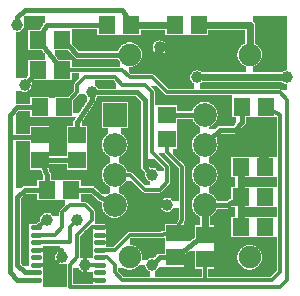
<source format=gbl>
G04 MADE WITH FRITZING*
G04 WWW.FRITZING.ORG*
G04 DOUBLE SIDED*
G04 HOLES PLATED*
G04 CONTOUR ON CENTER OF CONTOUR VECTOR*
%ASAXBY*%
%FSLAX23Y23*%
%MOIN*%
%OFA0B0*%
%SFA1.0B1.0*%
%ADD10C,0.075000*%
%ADD11C,0.039370*%
%ADD12C,0.079370*%
%ADD13R,0.055118X0.059055*%
%ADD14R,0.059055X0.055118*%
%ADD15R,0.079370X0.079370*%
%ADD16C,0.016000*%
%ADD17C,0.012000*%
%ADD18C,0.024000*%
%LNCOPPER0*%
G90*
G70*
G54D10*
X884Y878D03*
X842Y533D03*
X819Y815D03*
X419Y815D03*
G54D11*
X519Y840D03*
X544Y315D03*
X194Y140D03*
X269Y115D03*
X69Y715D03*
G54D10*
X819Y140D03*
X419Y140D03*
G54D12*
X369Y615D03*
X669Y615D03*
X369Y515D03*
X669Y515D03*
X369Y415D03*
X669Y415D03*
X369Y315D03*
X669Y315D03*
G54D11*
X494Y115D03*
X244Y265D03*
X144Y265D03*
X44Y915D03*
X294Y690D03*
X494Y415D03*
X644Y740D03*
X944Y740D03*
G54D13*
X869Y240D03*
X789Y240D03*
X869Y440D03*
X789Y440D03*
G54D14*
X244Y465D03*
X244Y546D03*
G54D13*
X119Y640D03*
X200Y640D03*
X144Y365D03*
X225Y365D03*
X114Y865D03*
X194Y865D03*
X194Y765D03*
X114Y765D03*
X569Y915D03*
X650Y915D03*
G54D14*
X544Y615D03*
X544Y534D03*
X119Y465D03*
X119Y546D03*
G54D13*
X344Y915D03*
X425Y915D03*
X869Y340D03*
X789Y340D03*
G54D14*
X569Y140D03*
X569Y221D03*
G54D13*
X794Y640D03*
X875Y640D03*
G54D14*
X669Y215D03*
X669Y134D03*
G54D15*
X369Y615D03*
G54D16*
X330Y240D02*
X308Y240D01*
D02*
X330Y215D02*
X308Y215D01*
D02*
X330Y190D02*
X308Y190D01*
D02*
X330Y165D02*
X308Y165D01*
D02*
X330Y140D02*
X308Y140D01*
D02*
X330Y115D02*
X308Y115D01*
D02*
X330Y90D02*
X308Y90D01*
D02*
X330Y65D02*
X308Y65D01*
D02*
X118Y64D02*
X96Y64D01*
D02*
X118Y89D02*
X96Y89D01*
D02*
X118Y114D02*
X96Y114D01*
D02*
X118Y139D02*
X96Y139D01*
D02*
X118Y164D02*
X96Y164D01*
D02*
X118Y189D02*
X96Y189D01*
D02*
X118Y214D02*
X96Y214D01*
D02*
X118Y239D02*
X96Y239D01*
D02*
X94Y540D02*
X95Y540D01*
D02*
X19Y540D02*
X94Y540D01*
D02*
X294Y665D02*
X244Y590D01*
D02*
X244Y590D02*
X244Y568D01*
D02*
X294Y676D02*
X294Y665D01*
D02*
X144Y415D02*
X144Y389D01*
D02*
X130Y443D02*
X144Y415D01*
G54D17*
D02*
X169Y115D02*
X121Y114D01*
D02*
X185Y130D02*
X169Y115D01*
D02*
X194Y165D02*
X121Y164D01*
D02*
X194Y153D02*
X194Y165D01*
G54D16*
D02*
X93Y741D02*
X78Y725D01*
G54D17*
D02*
X244Y140D02*
X219Y115D01*
D02*
X219Y115D02*
X219Y40D01*
D02*
X244Y190D02*
X244Y140D01*
D02*
X220Y189D02*
X220Y240D01*
D02*
X219Y40D02*
X919Y40D01*
D02*
X220Y240D02*
X235Y255D01*
D02*
X121Y189D02*
X220Y189D01*
D02*
X944Y65D02*
X944Y665D01*
D02*
X219Y765D02*
X216Y765D01*
D02*
X494Y740D02*
X419Y740D01*
D02*
X544Y690D02*
X494Y740D01*
D02*
X919Y690D02*
X544Y690D01*
D02*
X394Y765D02*
X219Y765D01*
D02*
X419Y740D02*
X394Y765D01*
D02*
X944Y665D02*
X919Y690D01*
D02*
X195Y240D02*
X195Y290D01*
D02*
X294Y265D02*
X244Y215D01*
D02*
X294Y290D02*
X294Y265D01*
D02*
X244Y215D02*
X244Y190D01*
D02*
X270Y314D02*
X294Y290D01*
D02*
X170Y215D02*
X195Y240D01*
D02*
X144Y215D02*
X170Y215D01*
D02*
X220Y314D02*
X270Y314D01*
D02*
X195Y290D02*
X220Y314D01*
D02*
X121Y214D02*
X144Y215D01*
G54D16*
D02*
X144Y915D02*
X322Y915D01*
D02*
X128Y889D02*
X144Y915D01*
D02*
X44Y940D02*
X44Y928D01*
D02*
X69Y965D02*
X44Y940D01*
D02*
X395Y965D02*
X69Y965D01*
D02*
X411Y939D02*
X395Y965D01*
G54D18*
D02*
X820Y915D02*
X820Y843D01*
G54D16*
D02*
X396Y815D02*
X244Y815D01*
D02*
X347Y326D02*
X320Y340D01*
G54D17*
D02*
X369Y115D02*
X369Y90D01*
D02*
X333Y140D02*
X344Y140D01*
D02*
X897Y627D02*
X919Y615D01*
G54D18*
D02*
X789Y264D02*
X789Y316D01*
D02*
X789Y364D02*
X789Y416D01*
G54D16*
D02*
X744Y315D02*
X695Y315D01*
D02*
X767Y327D02*
X744Y315D01*
D02*
X44Y65D02*
X94Y64D01*
D02*
X19Y165D02*
X19Y90D01*
D02*
X19Y440D02*
X19Y165D01*
D02*
X44Y115D02*
X69Y89D01*
D02*
X44Y340D02*
X44Y115D01*
D02*
X69Y365D02*
X44Y340D01*
D02*
X122Y365D02*
X69Y365D01*
G54D17*
D02*
X670Y65D02*
X670Y112D01*
D02*
X895Y65D02*
X670Y65D01*
D02*
X919Y90D02*
X895Y65D01*
D02*
X919Y615D02*
X919Y90D01*
G54D16*
D02*
X69Y89D02*
X94Y89D01*
G54D18*
D02*
X670Y240D02*
X670Y284D01*
D02*
X670Y237D02*
X670Y240D01*
G54D16*
D02*
X645Y197D02*
X593Y158D01*
G54D17*
D02*
X344Y140D02*
X369Y115D01*
D02*
X395Y65D02*
X670Y65D01*
D02*
X419Y215D02*
X519Y215D01*
D02*
X519Y215D02*
X545Y218D01*
D02*
X370Y165D02*
X419Y215D01*
D02*
X344Y165D02*
X370Y165D01*
D02*
X333Y165D02*
X344Y165D01*
G54D16*
D02*
X545Y140D02*
X519Y140D01*
D02*
X519Y140D02*
X504Y124D01*
D02*
X769Y565D02*
X794Y590D01*
D02*
X719Y565D02*
X769Y565D01*
D02*
X687Y533D02*
X719Y565D01*
D02*
X794Y590D02*
X794Y616D01*
G54D17*
D02*
X594Y265D02*
X594Y440D01*
D02*
X582Y243D02*
X594Y265D01*
D02*
X594Y440D02*
X544Y489D01*
D02*
X544Y489D02*
X544Y512D01*
D02*
X469Y715D02*
X394Y715D01*
D02*
X219Y665D02*
X219Y664D01*
D02*
X244Y690D02*
X219Y665D01*
D02*
X244Y715D02*
X244Y690D01*
D02*
X269Y740D02*
X244Y715D01*
D02*
X369Y740D02*
X269Y740D01*
D02*
X494Y490D02*
X494Y690D01*
D02*
X394Y715D02*
X369Y740D01*
D02*
X494Y690D02*
X469Y715D01*
D02*
X544Y440D02*
X494Y490D01*
D02*
X544Y390D02*
X544Y440D01*
D02*
X469Y365D02*
X520Y365D01*
D02*
X395Y415D02*
X419Y415D01*
D02*
X419Y415D02*
X469Y365D01*
G54D18*
D02*
X547Y915D02*
X447Y915D01*
G54D16*
D02*
X133Y841D02*
X175Y789D01*
D02*
X19Y440D02*
X19Y540D01*
D02*
X44Y640D02*
X97Y640D01*
D02*
X20Y615D02*
X44Y640D01*
D02*
X19Y540D02*
X20Y615D01*
G54D17*
D02*
X111Y241D02*
X133Y257D01*
G54D18*
D02*
X672Y915D02*
X820Y915D01*
G54D16*
D02*
X143Y465D02*
X220Y465D01*
D02*
X644Y615D02*
X568Y615D01*
D02*
X294Y365D02*
X269Y365D01*
D02*
X269Y365D02*
X247Y365D01*
D02*
X320Y340D02*
X294Y365D01*
D02*
X244Y815D02*
X216Y843D01*
D02*
X444Y690D02*
X469Y665D01*
D02*
X469Y665D02*
X469Y440D01*
D02*
X469Y440D02*
X485Y424D01*
D02*
X308Y690D02*
X444Y690D01*
G54D17*
D02*
X369Y90D02*
X395Y65D01*
D02*
X520Y365D02*
X544Y390D01*
D02*
X919Y40D02*
X944Y65D01*
G54D16*
D02*
X19Y90D02*
X44Y65D01*
G54D18*
D02*
X663Y740D02*
X925Y740D01*
G54D17*
D02*
X283Y115D02*
X306Y115D01*
D02*
X270Y90D02*
X269Y101D01*
D02*
X295Y65D02*
X270Y90D01*
D02*
X306Y65D02*
X295Y65D01*
D02*
X295Y240D02*
X270Y215D01*
D02*
X270Y215D02*
X269Y128D01*
D02*
X306Y240D02*
X295Y240D01*
G36*
X66Y944D02*
X66Y920D01*
X68Y920D01*
X68Y908D01*
X66Y908D01*
X66Y904D01*
X64Y904D01*
X64Y902D01*
X62Y902D01*
X62Y898D01*
X60Y898D01*
X60Y896D01*
X56Y896D01*
X56Y894D01*
X54Y894D01*
X54Y892D01*
X46Y892D01*
X46Y890D01*
X40Y890D01*
X40Y736D01*
X64Y736D01*
X64Y738D01*
X76Y738D01*
X76Y742D01*
X78Y742D01*
X78Y744D01*
X80Y744D01*
X80Y746D01*
X82Y746D01*
X82Y798D01*
X136Y798D01*
X136Y820D01*
X134Y820D01*
X134Y822D01*
X132Y822D01*
X132Y824D01*
X130Y824D01*
X130Y826D01*
X128Y826D01*
X128Y828D01*
X126Y828D01*
X126Y832D01*
X82Y832D01*
X82Y898D01*
X120Y898D01*
X120Y900D01*
X122Y900D01*
X122Y902D01*
X124Y902D01*
X124Y906D01*
X126Y906D01*
X126Y910D01*
X128Y910D01*
X128Y912D01*
X130Y912D01*
X130Y916D01*
X132Y916D01*
X132Y920D01*
X134Y920D01*
X134Y922D01*
X136Y922D01*
X136Y924D01*
X138Y924D01*
X138Y944D01*
X66Y944D01*
G37*
D02*
G36*
X832Y944D02*
X832Y924D01*
X834Y924D01*
X834Y920D01*
X836Y920D01*
X836Y852D01*
X838Y852D01*
X838Y850D01*
X840Y850D01*
X840Y848D01*
X844Y848D01*
X844Y846D01*
X846Y846D01*
X846Y844D01*
X848Y844D01*
X848Y842D01*
X850Y842D01*
X850Y840D01*
X852Y840D01*
X852Y838D01*
X854Y838D01*
X854Y834D01*
X856Y834D01*
X856Y830D01*
X858Y830D01*
X858Y826D01*
X860Y826D01*
X860Y804D01*
X858Y804D01*
X858Y798D01*
X856Y798D01*
X856Y796D01*
X854Y796D01*
X854Y792D01*
X852Y792D01*
X852Y790D01*
X850Y790D01*
X850Y788D01*
X848Y788D01*
X848Y786D01*
X846Y786D01*
X846Y784D01*
X844Y784D01*
X844Y782D01*
X842Y782D01*
X842Y780D01*
X838Y780D01*
X838Y778D01*
X836Y778D01*
X836Y776D01*
X830Y776D01*
X830Y756D01*
X930Y756D01*
X930Y758D01*
X932Y758D01*
X932Y760D01*
X936Y760D01*
X936Y762D01*
X942Y762D01*
X942Y764D01*
X944Y764D01*
X944Y944D01*
X832Y944D01*
G37*
D02*
G36*
X226Y902D02*
X226Y882D01*
X312Y882D01*
X312Y902D01*
X226Y902D01*
G37*
D02*
G36*
X456Y898D02*
X456Y882D01*
X538Y882D01*
X538Y898D01*
X456Y898D01*
G37*
D02*
G36*
X682Y898D02*
X682Y882D01*
X804Y882D01*
X804Y898D01*
X682Y898D01*
G37*
D02*
G36*
X226Y882D02*
X226Y880D01*
X804Y880D01*
X804Y882D01*
X226Y882D01*
G37*
D02*
G36*
X226Y882D02*
X226Y880D01*
X804Y880D01*
X804Y882D01*
X226Y882D01*
G37*
D02*
G36*
X226Y882D02*
X226Y880D01*
X804Y880D01*
X804Y882D01*
X226Y882D01*
G37*
D02*
G36*
X226Y880D02*
X226Y864D01*
X522Y864D01*
X522Y862D01*
X528Y862D01*
X528Y860D01*
X532Y860D01*
X532Y858D01*
X534Y858D01*
X534Y856D01*
X536Y856D01*
X536Y854D01*
X538Y854D01*
X538Y852D01*
X540Y852D01*
X540Y848D01*
X542Y848D01*
X542Y840D01*
X544Y840D01*
X544Y838D01*
X542Y838D01*
X542Y830D01*
X540Y830D01*
X540Y828D01*
X538Y828D01*
X538Y824D01*
X536Y824D01*
X536Y822D01*
X532Y822D01*
X532Y820D01*
X530Y820D01*
X530Y818D01*
X526Y818D01*
X526Y816D01*
X778Y816D01*
X778Y822D01*
X780Y822D01*
X780Y828D01*
X782Y828D01*
X782Y832D01*
X784Y832D01*
X784Y836D01*
X786Y836D01*
X786Y838D01*
X788Y838D01*
X788Y842D01*
X790Y842D01*
X790Y844D01*
X792Y844D01*
X792Y846D01*
X796Y846D01*
X796Y848D01*
X798Y848D01*
X798Y850D01*
X802Y850D01*
X802Y852D01*
X804Y852D01*
X804Y880D01*
X226Y880D01*
G37*
D02*
G36*
X226Y864D02*
X226Y856D01*
X428Y856D01*
X428Y854D01*
X434Y854D01*
X434Y852D01*
X438Y852D01*
X438Y850D01*
X440Y850D01*
X440Y848D01*
X444Y848D01*
X444Y846D01*
X446Y846D01*
X446Y844D01*
X448Y844D01*
X448Y842D01*
X450Y842D01*
X450Y840D01*
X452Y840D01*
X452Y838D01*
X454Y838D01*
X454Y834D01*
X456Y834D01*
X456Y830D01*
X458Y830D01*
X458Y826D01*
X460Y826D01*
X460Y816D01*
X514Y816D01*
X514Y818D01*
X508Y818D01*
X508Y820D01*
X506Y820D01*
X506Y822D01*
X504Y822D01*
X504Y824D01*
X502Y824D01*
X502Y826D01*
X500Y826D01*
X500Y828D01*
X498Y828D01*
X498Y834D01*
X496Y834D01*
X496Y846D01*
X498Y846D01*
X498Y850D01*
X500Y850D01*
X500Y854D01*
X502Y854D01*
X502Y856D01*
X504Y856D01*
X504Y858D01*
X508Y858D01*
X508Y860D01*
X510Y860D01*
X510Y862D01*
X518Y862D01*
X518Y864D01*
X226Y864D01*
G37*
D02*
G36*
X226Y856D02*
X226Y850D01*
X228Y850D01*
X228Y848D01*
X230Y848D01*
X230Y846D01*
X232Y846D01*
X232Y844D01*
X234Y844D01*
X234Y842D01*
X236Y842D01*
X236Y840D01*
X238Y840D01*
X238Y838D01*
X240Y838D01*
X240Y836D01*
X242Y836D01*
X242Y834D01*
X244Y834D01*
X244Y832D01*
X246Y832D01*
X246Y830D01*
X248Y830D01*
X248Y828D01*
X250Y828D01*
X250Y826D01*
X380Y826D01*
X380Y828D01*
X382Y828D01*
X382Y832D01*
X384Y832D01*
X384Y836D01*
X386Y836D01*
X386Y838D01*
X388Y838D01*
X388Y842D01*
X390Y842D01*
X390Y844D01*
X392Y844D01*
X392Y846D01*
X396Y846D01*
X396Y848D01*
X398Y848D01*
X398Y850D01*
X402Y850D01*
X402Y852D01*
X406Y852D01*
X406Y854D01*
X412Y854D01*
X412Y856D01*
X226Y856D01*
G37*
D02*
G36*
X460Y816D02*
X460Y814D01*
X778Y814D01*
X778Y816D01*
X460Y816D01*
G37*
D02*
G36*
X460Y816D02*
X460Y814D01*
X778Y814D01*
X778Y816D01*
X460Y816D01*
G37*
D02*
G36*
X460Y814D02*
X460Y804D01*
X458Y804D01*
X458Y798D01*
X456Y798D01*
X456Y796D01*
X454Y796D01*
X454Y792D01*
X452Y792D01*
X452Y790D01*
X450Y790D01*
X450Y788D01*
X448Y788D01*
X448Y786D01*
X446Y786D01*
X446Y784D01*
X444Y784D01*
X444Y782D01*
X442Y782D01*
X442Y780D01*
X438Y780D01*
X438Y778D01*
X436Y778D01*
X436Y776D01*
X430Y776D01*
X430Y774D01*
X418Y774D01*
X418Y764D01*
X646Y764D01*
X646Y762D01*
X654Y762D01*
X654Y760D01*
X656Y760D01*
X656Y758D01*
X660Y758D01*
X660Y756D01*
X808Y756D01*
X808Y776D01*
X804Y776D01*
X804Y778D01*
X800Y778D01*
X800Y780D01*
X796Y780D01*
X796Y782D01*
X794Y782D01*
X794Y784D01*
X792Y784D01*
X792Y786D01*
X790Y786D01*
X790Y788D01*
X788Y788D01*
X788Y790D01*
X786Y790D01*
X786Y794D01*
X784Y794D01*
X784Y796D01*
X782Y796D01*
X782Y800D01*
X780Y800D01*
X780Y806D01*
X778Y806D01*
X778Y814D01*
X460Y814D01*
G37*
D02*
G36*
X418Y764D02*
X418Y754D01*
X420Y754D01*
X420Y752D01*
X422Y752D01*
X422Y750D01*
X498Y750D01*
X498Y748D01*
X500Y748D01*
X500Y746D01*
X504Y746D01*
X504Y744D01*
X506Y744D01*
X506Y742D01*
X508Y742D01*
X508Y740D01*
X510Y740D01*
X510Y738D01*
X512Y738D01*
X512Y736D01*
X514Y736D01*
X514Y734D01*
X516Y734D01*
X516Y732D01*
X518Y732D01*
X518Y730D01*
X520Y730D01*
X520Y728D01*
X522Y728D01*
X522Y726D01*
X524Y726D01*
X524Y724D01*
X526Y724D01*
X526Y722D01*
X528Y722D01*
X528Y720D01*
X530Y720D01*
X530Y718D01*
X532Y718D01*
X532Y716D01*
X534Y716D01*
X534Y714D01*
X536Y714D01*
X536Y712D01*
X538Y712D01*
X538Y710D01*
X540Y710D01*
X540Y708D01*
X542Y708D01*
X542Y706D01*
X544Y706D01*
X544Y704D01*
X546Y704D01*
X546Y702D01*
X548Y702D01*
X548Y700D01*
X634Y700D01*
X634Y720D01*
X630Y720D01*
X630Y722D01*
X628Y722D01*
X628Y724D01*
X626Y724D01*
X626Y728D01*
X624Y728D01*
X624Y730D01*
X622Y730D01*
X622Y738D01*
X620Y738D01*
X620Y742D01*
X622Y742D01*
X622Y748D01*
X624Y748D01*
X624Y752D01*
X626Y752D01*
X626Y754D01*
X628Y754D01*
X628Y756D01*
X630Y756D01*
X630Y758D01*
X632Y758D01*
X632Y760D01*
X636Y760D01*
X636Y762D01*
X642Y762D01*
X642Y764D01*
X418Y764D01*
G37*
D02*
G36*
X170Y832D02*
X170Y812D01*
X172Y812D01*
X172Y810D01*
X174Y810D01*
X174Y808D01*
X176Y808D01*
X176Y806D01*
X178Y806D01*
X178Y802D01*
X180Y802D01*
X180Y800D01*
X182Y800D01*
X182Y798D01*
X226Y798D01*
X226Y774D01*
X386Y774D01*
X386Y794D01*
X384Y794D01*
X384Y796D01*
X382Y796D01*
X382Y800D01*
X380Y800D01*
X380Y802D01*
X242Y802D01*
X242Y804D01*
X238Y804D01*
X238Y806D01*
X236Y806D01*
X236Y808D01*
X234Y808D01*
X234Y810D01*
X232Y810D01*
X232Y812D01*
X230Y812D01*
X230Y814D01*
X228Y814D01*
X228Y816D01*
X226Y816D01*
X226Y818D01*
X224Y818D01*
X224Y820D01*
X222Y820D01*
X222Y822D01*
X220Y822D01*
X220Y824D01*
X218Y824D01*
X218Y826D01*
X216Y826D01*
X216Y828D01*
X214Y828D01*
X214Y830D01*
X212Y830D01*
X212Y832D01*
X170Y832D01*
G37*
D02*
G36*
X304Y730D02*
X304Y710D01*
X306Y710D01*
X306Y708D01*
X310Y708D01*
X310Y706D01*
X312Y706D01*
X312Y704D01*
X314Y704D01*
X314Y702D01*
X374Y702D01*
X374Y722D01*
X372Y722D01*
X372Y724D01*
X370Y724D01*
X370Y726D01*
X368Y726D01*
X368Y728D01*
X366Y728D01*
X366Y730D01*
X304Y730D01*
G37*
D02*
G36*
X660Y724D02*
X660Y722D01*
X658Y722D01*
X658Y720D01*
X654Y720D01*
X654Y700D01*
X922Y700D01*
X922Y698D01*
X944Y698D01*
X944Y716D01*
X938Y716D01*
X938Y718D01*
X934Y718D01*
X934Y720D01*
X930Y720D01*
X930Y722D01*
X928Y722D01*
X928Y724D01*
X660Y724D01*
G37*
D02*
G36*
X488Y712D02*
X488Y710D01*
X490Y710D01*
X490Y708D01*
X492Y708D01*
X492Y706D01*
X494Y706D01*
X494Y704D01*
X496Y704D01*
X496Y702D01*
X498Y702D01*
X498Y700D01*
X500Y700D01*
X500Y698D01*
X502Y698D01*
X502Y694D01*
X504Y694D01*
X504Y658D01*
X678Y658D01*
X678Y656D01*
X684Y656D01*
X684Y654D01*
X688Y654D01*
X688Y652D01*
X692Y652D01*
X692Y650D01*
X694Y650D01*
X694Y648D01*
X696Y648D01*
X696Y646D01*
X700Y646D01*
X700Y644D01*
X702Y644D01*
X702Y640D01*
X704Y640D01*
X704Y638D01*
X706Y638D01*
X706Y634D01*
X708Y634D01*
X708Y632D01*
X710Y632D01*
X710Y626D01*
X712Y626D01*
X712Y616D01*
X714Y616D01*
X714Y612D01*
X712Y612D01*
X712Y602D01*
X710Y602D01*
X710Y598D01*
X708Y598D01*
X708Y594D01*
X706Y594D01*
X706Y590D01*
X704Y590D01*
X704Y588D01*
X702Y588D01*
X702Y586D01*
X700Y586D01*
X700Y584D01*
X698Y584D01*
X698Y582D01*
X696Y582D01*
X696Y580D01*
X694Y580D01*
X694Y578D01*
X690Y578D01*
X690Y576D01*
X686Y576D01*
X686Y574D01*
X684Y574D01*
X684Y566D01*
X704Y566D01*
X704Y568D01*
X706Y568D01*
X706Y570D01*
X708Y570D01*
X708Y572D01*
X710Y572D01*
X710Y574D01*
X714Y574D01*
X714Y576D01*
X764Y576D01*
X764Y578D01*
X766Y578D01*
X766Y580D01*
X768Y580D01*
X768Y582D01*
X770Y582D01*
X770Y584D01*
X772Y584D01*
X772Y586D01*
X774Y586D01*
X774Y606D01*
X762Y606D01*
X762Y680D01*
X540Y680D01*
X540Y682D01*
X536Y682D01*
X536Y684D01*
X534Y684D01*
X534Y686D01*
X532Y686D01*
X532Y688D01*
X530Y688D01*
X530Y690D01*
X528Y690D01*
X528Y692D01*
X526Y692D01*
X526Y694D01*
X524Y694D01*
X524Y696D01*
X522Y696D01*
X522Y698D01*
X520Y698D01*
X520Y700D01*
X518Y700D01*
X518Y702D01*
X516Y702D01*
X516Y704D01*
X514Y704D01*
X514Y706D01*
X512Y706D01*
X512Y708D01*
X510Y708D01*
X510Y710D01*
X508Y710D01*
X508Y712D01*
X488Y712D01*
G37*
D02*
G36*
X504Y658D02*
X504Y646D01*
X578Y646D01*
X578Y626D01*
X628Y626D01*
X628Y630D01*
X630Y630D01*
X630Y634D01*
X632Y634D01*
X632Y636D01*
X634Y636D01*
X634Y640D01*
X636Y640D01*
X636Y642D01*
X638Y642D01*
X638Y644D01*
X640Y644D01*
X640Y646D01*
X642Y646D01*
X642Y648D01*
X644Y648D01*
X644Y650D01*
X648Y650D01*
X648Y652D01*
X650Y652D01*
X650Y654D01*
X654Y654D01*
X654Y656D01*
X660Y656D01*
X660Y658D01*
X504Y658D01*
G37*
D02*
G36*
X226Y754D02*
X226Y732D01*
X100Y732D01*
X100Y730D01*
X98Y730D01*
X98Y728D01*
X96Y728D01*
X96Y726D01*
X94Y726D01*
X94Y714D01*
X92Y714D01*
X92Y706D01*
X90Y706D01*
X90Y702D01*
X88Y702D01*
X88Y700D01*
X86Y700D01*
X86Y698D01*
X84Y698D01*
X84Y696D01*
X82Y696D01*
X82Y694D01*
X78Y694D01*
X78Y692D01*
X70Y692D01*
X70Y690D01*
X232Y690D01*
X232Y692D01*
X234Y692D01*
X234Y718D01*
X236Y718D01*
X236Y722D01*
X238Y722D01*
X238Y724D01*
X240Y724D01*
X240Y726D01*
X242Y726D01*
X242Y728D01*
X244Y728D01*
X244Y730D01*
X246Y730D01*
X246Y732D01*
X248Y732D01*
X248Y734D01*
X250Y734D01*
X250Y754D01*
X226Y754D01*
G37*
D02*
G36*
X40Y694D02*
X40Y690D01*
X68Y690D01*
X68Y692D01*
X60Y692D01*
X60Y694D01*
X40Y694D01*
G37*
D02*
G36*
X40Y690D02*
X40Y688D01*
X230Y688D01*
X230Y690D01*
X40Y690D01*
G37*
D02*
G36*
X40Y690D02*
X40Y688D01*
X230Y688D01*
X230Y690D01*
X40Y690D01*
G37*
D02*
G36*
X40Y688D02*
X40Y674D01*
X150Y674D01*
X150Y672D01*
X170Y672D01*
X170Y674D01*
X216Y674D01*
X216Y676D01*
X218Y676D01*
X218Y678D01*
X220Y678D01*
X220Y680D01*
X222Y680D01*
X222Y682D01*
X224Y682D01*
X224Y684D01*
X226Y684D01*
X226Y686D01*
X228Y686D01*
X228Y688D01*
X40Y688D01*
G37*
D02*
G36*
X40Y674D02*
X40Y652D01*
X88Y652D01*
X88Y674D01*
X40Y674D01*
G37*
D02*
G36*
X252Y684D02*
X252Y682D01*
X250Y682D01*
X250Y680D01*
X248Y680D01*
X248Y678D01*
X246Y678D01*
X246Y676D01*
X244Y676D01*
X244Y674D01*
X242Y674D01*
X242Y672D01*
X240Y672D01*
X240Y670D01*
X238Y670D01*
X238Y668D01*
X236Y668D01*
X236Y666D01*
X234Y666D01*
X234Y664D01*
X232Y664D01*
X232Y622D01*
X252Y622D01*
X252Y624D01*
X254Y624D01*
X254Y628D01*
X256Y628D01*
X256Y630D01*
X258Y630D01*
X258Y634D01*
X260Y634D01*
X260Y636D01*
X262Y636D01*
X262Y640D01*
X264Y640D01*
X264Y642D01*
X266Y642D01*
X266Y646D01*
X268Y646D01*
X268Y648D01*
X270Y648D01*
X270Y652D01*
X272Y652D01*
X272Y654D01*
X274Y654D01*
X274Y658D01*
X276Y658D01*
X276Y678D01*
X274Y678D01*
X274Y680D01*
X272Y680D01*
X272Y684D01*
X252Y684D01*
G37*
D02*
G36*
X48Y628D02*
X48Y626D01*
X46Y626D01*
X46Y624D01*
X44Y624D01*
X44Y622D01*
X42Y622D01*
X42Y620D01*
X40Y620D01*
X40Y576D01*
X152Y576D01*
X152Y476D01*
X210Y476D01*
X210Y576D01*
X232Y576D01*
X232Y594D01*
X234Y594D01*
X234Y598D01*
X236Y598D01*
X236Y600D01*
X238Y600D01*
X238Y604D01*
X240Y604D01*
X240Y606D01*
X88Y606D01*
X88Y628D01*
X48Y628D01*
G37*
D02*
G36*
X40Y576D02*
X40Y552D01*
X86Y552D01*
X86Y576D01*
X40Y576D01*
G37*
D02*
G36*
X806Y606D02*
X806Y584D01*
X804Y584D01*
X804Y582D01*
X802Y582D01*
X802Y580D01*
X800Y580D01*
X800Y578D01*
X798Y578D01*
X798Y576D01*
X796Y576D01*
X796Y574D01*
X794Y574D01*
X794Y572D01*
X792Y572D01*
X792Y570D01*
X790Y570D01*
X790Y568D01*
X788Y568D01*
X788Y566D01*
X786Y566D01*
X786Y564D01*
X784Y564D01*
X784Y562D01*
X782Y562D01*
X782Y560D01*
X780Y560D01*
X780Y558D01*
X778Y558D01*
X778Y556D01*
X776Y556D01*
X776Y554D01*
X772Y554D01*
X772Y552D01*
X722Y552D01*
X722Y550D01*
X720Y550D01*
X720Y548D01*
X718Y548D01*
X718Y546D01*
X716Y546D01*
X716Y544D01*
X714Y544D01*
X714Y542D01*
X712Y542D01*
X712Y516D01*
X714Y516D01*
X714Y512D01*
X712Y512D01*
X712Y502D01*
X710Y502D01*
X710Y498D01*
X708Y498D01*
X708Y494D01*
X706Y494D01*
X706Y490D01*
X704Y490D01*
X704Y488D01*
X702Y488D01*
X702Y486D01*
X700Y486D01*
X700Y484D01*
X698Y484D01*
X698Y482D01*
X696Y482D01*
X696Y480D01*
X694Y480D01*
X694Y478D01*
X690Y478D01*
X690Y476D01*
X686Y476D01*
X686Y474D01*
X684Y474D01*
X684Y454D01*
X688Y454D01*
X688Y452D01*
X692Y452D01*
X692Y450D01*
X694Y450D01*
X694Y448D01*
X696Y448D01*
X696Y446D01*
X700Y446D01*
X700Y444D01*
X702Y444D01*
X702Y440D01*
X704Y440D01*
X704Y438D01*
X706Y438D01*
X706Y434D01*
X708Y434D01*
X708Y432D01*
X710Y432D01*
X710Y426D01*
X712Y426D01*
X712Y416D01*
X714Y416D01*
X714Y412D01*
X712Y412D01*
X712Y402D01*
X710Y402D01*
X710Y398D01*
X708Y398D01*
X708Y394D01*
X706Y394D01*
X706Y390D01*
X704Y390D01*
X704Y388D01*
X702Y388D01*
X702Y386D01*
X700Y386D01*
X700Y384D01*
X698Y384D01*
X698Y382D01*
X696Y382D01*
X696Y380D01*
X694Y380D01*
X694Y378D01*
X690Y378D01*
X690Y376D01*
X686Y376D01*
X686Y374D01*
X684Y374D01*
X684Y354D01*
X688Y354D01*
X688Y352D01*
X692Y352D01*
X692Y350D01*
X694Y350D01*
X694Y348D01*
X696Y348D01*
X696Y346D01*
X700Y346D01*
X700Y344D01*
X702Y344D01*
X702Y340D01*
X704Y340D01*
X704Y338D01*
X706Y338D01*
X706Y334D01*
X708Y334D01*
X708Y332D01*
X710Y332D01*
X710Y326D01*
X742Y326D01*
X742Y328D01*
X746Y328D01*
X746Y330D01*
X750Y330D01*
X750Y332D01*
X752Y332D01*
X752Y334D01*
X756Y334D01*
X756Y336D01*
X758Y336D01*
X758Y374D01*
X772Y374D01*
X772Y406D01*
X758Y406D01*
X758Y474D01*
X910Y474D01*
X910Y606D01*
X806Y606D01*
G37*
D02*
G36*
X578Y602D02*
X578Y502D01*
X564Y502D01*
X564Y482D01*
X566Y482D01*
X566Y480D01*
X568Y480D01*
X568Y478D01*
X570Y478D01*
X570Y476D01*
X572Y476D01*
X572Y474D01*
X574Y474D01*
X574Y472D01*
X576Y472D01*
X576Y470D01*
X578Y470D01*
X578Y468D01*
X580Y468D01*
X580Y466D01*
X582Y466D01*
X582Y464D01*
X584Y464D01*
X584Y462D01*
X588Y462D01*
X588Y460D01*
X590Y460D01*
X590Y458D01*
X592Y458D01*
X592Y456D01*
X594Y456D01*
X594Y454D01*
X596Y454D01*
X596Y452D01*
X598Y452D01*
X598Y450D01*
X600Y450D01*
X600Y448D01*
X602Y448D01*
X602Y444D01*
X604Y444D01*
X604Y260D01*
X602Y260D01*
X602Y194D01*
X624Y194D01*
X624Y196D01*
X626Y196D01*
X626Y198D01*
X628Y198D01*
X628Y200D01*
X632Y200D01*
X632Y202D01*
X634Y202D01*
X634Y204D01*
X636Y204D01*
X636Y246D01*
X654Y246D01*
X654Y274D01*
X652Y274D01*
X652Y276D01*
X650Y276D01*
X650Y278D01*
X646Y278D01*
X646Y280D01*
X644Y280D01*
X644Y282D01*
X640Y282D01*
X640Y284D01*
X638Y284D01*
X638Y288D01*
X636Y288D01*
X636Y290D01*
X634Y290D01*
X634Y292D01*
X632Y292D01*
X632Y296D01*
X630Y296D01*
X630Y300D01*
X628Y300D01*
X628Y306D01*
X626Y306D01*
X626Y324D01*
X628Y324D01*
X628Y330D01*
X630Y330D01*
X630Y334D01*
X632Y334D01*
X632Y336D01*
X634Y336D01*
X634Y340D01*
X636Y340D01*
X636Y342D01*
X638Y342D01*
X638Y344D01*
X640Y344D01*
X640Y346D01*
X642Y346D01*
X642Y348D01*
X644Y348D01*
X644Y350D01*
X648Y350D01*
X648Y352D01*
X650Y352D01*
X650Y354D01*
X654Y354D01*
X654Y374D01*
X652Y374D01*
X652Y376D01*
X650Y376D01*
X650Y378D01*
X646Y378D01*
X646Y380D01*
X644Y380D01*
X644Y382D01*
X640Y382D01*
X640Y384D01*
X638Y384D01*
X638Y388D01*
X636Y388D01*
X636Y390D01*
X634Y390D01*
X634Y392D01*
X632Y392D01*
X632Y396D01*
X630Y396D01*
X630Y400D01*
X628Y400D01*
X628Y406D01*
X626Y406D01*
X626Y424D01*
X628Y424D01*
X628Y430D01*
X630Y430D01*
X630Y434D01*
X632Y434D01*
X632Y436D01*
X634Y436D01*
X634Y440D01*
X636Y440D01*
X636Y442D01*
X638Y442D01*
X638Y444D01*
X640Y444D01*
X640Y446D01*
X642Y446D01*
X642Y448D01*
X644Y448D01*
X644Y450D01*
X648Y450D01*
X648Y452D01*
X650Y452D01*
X650Y454D01*
X654Y454D01*
X654Y474D01*
X652Y474D01*
X652Y476D01*
X650Y476D01*
X650Y478D01*
X646Y478D01*
X646Y480D01*
X644Y480D01*
X644Y482D01*
X640Y482D01*
X640Y484D01*
X638Y484D01*
X638Y488D01*
X636Y488D01*
X636Y490D01*
X634Y490D01*
X634Y492D01*
X632Y492D01*
X632Y496D01*
X630Y496D01*
X630Y500D01*
X628Y500D01*
X628Y506D01*
X626Y506D01*
X626Y524D01*
X628Y524D01*
X628Y530D01*
X630Y530D01*
X630Y534D01*
X632Y534D01*
X632Y536D01*
X634Y536D01*
X634Y540D01*
X636Y540D01*
X636Y542D01*
X638Y542D01*
X638Y544D01*
X640Y544D01*
X640Y546D01*
X642Y546D01*
X642Y548D01*
X644Y548D01*
X644Y550D01*
X648Y550D01*
X648Y552D01*
X650Y552D01*
X650Y554D01*
X654Y554D01*
X654Y574D01*
X652Y574D01*
X652Y576D01*
X650Y576D01*
X650Y578D01*
X646Y578D01*
X646Y580D01*
X644Y580D01*
X644Y582D01*
X640Y582D01*
X640Y584D01*
X638Y584D01*
X638Y588D01*
X636Y588D01*
X636Y590D01*
X634Y590D01*
X634Y592D01*
X632Y592D01*
X632Y596D01*
X630Y596D01*
X630Y600D01*
X628Y600D01*
X628Y602D01*
X578Y602D01*
G37*
D02*
G36*
X40Y528D02*
X40Y372D01*
X60Y372D01*
X60Y374D01*
X64Y374D01*
X64Y376D01*
X112Y376D01*
X112Y398D01*
X130Y398D01*
X130Y418D01*
X128Y418D01*
X128Y422D01*
X126Y422D01*
X126Y426D01*
X124Y426D01*
X124Y430D01*
X122Y430D01*
X122Y432D01*
X86Y432D01*
X86Y528D01*
X40Y528D01*
G37*
D02*
G36*
X482Y468D02*
X482Y442D01*
X484Y442D01*
X484Y440D01*
X486Y440D01*
X486Y438D01*
X500Y438D01*
X500Y436D01*
X506Y436D01*
X506Y434D01*
X508Y434D01*
X508Y432D01*
X510Y432D01*
X510Y430D01*
X512Y430D01*
X512Y428D01*
X514Y428D01*
X514Y426D01*
X534Y426D01*
X534Y436D01*
X532Y436D01*
X532Y438D01*
X530Y438D01*
X530Y440D01*
X528Y440D01*
X528Y442D01*
X526Y442D01*
X526Y444D01*
X524Y444D01*
X524Y446D01*
X522Y446D01*
X522Y448D01*
X520Y448D01*
X520Y450D01*
X518Y450D01*
X518Y452D01*
X516Y452D01*
X516Y454D01*
X514Y454D01*
X514Y456D01*
X512Y456D01*
X512Y458D01*
X510Y458D01*
X510Y460D01*
X508Y460D01*
X508Y462D01*
X506Y462D01*
X506Y464D01*
X504Y464D01*
X504Y466D01*
X502Y466D01*
X502Y468D01*
X482Y468D01*
G37*
D02*
G36*
X314Y678D02*
X314Y676D01*
X312Y676D01*
X312Y674D01*
X310Y674D01*
X310Y672D01*
X308Y672D01*
X308Y670D01*
X306Y670D01*
X306Y660D01*
X304Y660D01*
X304Y658D01*
X414Y658D01*
X414Y572D01*
X412Y572D01*
X412Y570D01*
X392Y570D01*
X392Y550D01*
X394Y550D01*
X394Y548D01*
X396Y548D01*
X396Y546D01*
X400Y546D01*
X400Y544D01*
X402Y544D01*
X402Y540D01*
X404Y540D01*
X404Y538D01*
X406Y538D01*
X406Y534D01*
X408Y534D01*
X408Y532D01*
X410Y532D01*
X410Y526D01*
X412Y526D01*
X412Y516D01*
X414Y516D01*
X414Y512D01*
X412Y512D01*
X412Y502D01*
X410Y502D01*
X410Y498D01*
X408Y498D01*
X408Y494D01*
X406Y494D01*
X406Y490D01*
X404Y490D01*
X404Y488D01*
X402Y488D01*
X402Y486D01*
X400Y486D01*
X400Y484D01*
X398Y484D01*
X398Y482D01*
X396Y482D01*
X396Y480D01*
X394Y480D01*
X394Y478D01*
X390Y478D01*
X390Y476D01*
X386Y476D01*
X386Y474D01*
X384Y474D01*
X384Y454D01*
X388Y454D01*
X388Y452D01*
X392Y452D01*
X392Y450D01*
X394Y450D01*
X394Y448D01*
X396Y448D01*
X396Y446D01*
X400Y446D01*
X400Y444D01*
X402Y444D01*
X402Y440D01*
X404Y440D01*
X404Y438D01*
X406Y438D01*
X406Y434D01*
X408Y434D01*
X408Y432D01*
X410Y432D01*
X410Y426D01*
X412Y426D01*
X412Y424D01*
X424Y424D01*
X424Y422D01*
X428Y422D01*
X428Y420D01*
X430Y420D01*
X430Y418D01*
X432Y418D01*
X432Y416D01*
X434Y416D01*
X434Y414D01*
X436Y414D01*
X436Y412D01*
X438Y412D01*
X438Y410D01*
X440Y410D01*
X440Y408D01*
X442Y408D01*
X442Y406D01*
X444Y406D01*
X444Y404D01*
X446Y404D01*
X446Y402D01*
X448Y402D01*
X448Y400D01*
X450Y400D01*
X450Y398D01*
X452Y398D01*
X452Y396D01*
X454Y396D01*
X454Y394D01*
X456Y394D01*
X456Y392D01*
X458Y392D01*
X458Y390D01*
X460Y390D01*
X460Y388D01*
X462Y388D01*
X462Y386D01*
X464Y386D01*
X464Y384D01*
X466Y384D01*
X466Y382D01*
X486Y382D01*
X486Y394D01*
X482Y394D01*
X482Y396D01*
X480Y396D01*
X480Y398D01*
X478Y398D01*
X478Y400D01*
X476Y400D01*
X476Y402D01*
X474Y402D01*
X474Y406D01*
X472Y406D01*
X472Y412D01*
X470Y412D01*
X470Y424D01*
X468Y424D01*
X468Y426D01*
X466Y426D01*
X466Y428D01*
X464Y428D01*
X464Y430D01*
X462Y430D01*
X462Y432D01*
X460Y432D01*
X460Y434D01*
X458Y434D01*
X458Y660D01*
X456Y660D01*
X456Y662D01*
X454Y662D01*
X454Y664D01*
X452Y664D01*
X452Y666D01*
X450Y666D01*
X450Y668D01*
X448Y668D01*
X448Y670D01*
X446Y670D01*
X446Y672D01*
X444Y672D01*
X444Y674D01*
X442Y674D01*
X442Y676D01*
X440Y676D01*
X440Y678D01*
X314Y678D01*
G37*
D02*
G36*
X304Y658D02*
X304Y656D01*
X302Y656D01*
X302Y652D01*
X300Y652D01*
X300Y650D01*
X298Y650D01*
X298Y646D01*
X296Y646D01*
X296Y644D01*
X294Y644D01*
X294Y640D01*
X292Y640D01*
X292Y638D01*
X290Y638D01*
X290Y634D01*
X288Y634D01*
X288Y632D01*
X286Y632D01*
X286Y628D01*
X284Y628D01*
X284Y626D01*
X282Y626D01*
X282Y622D01*
X280Y622D01*
X280Y620D01*
X278Y620D01*
X278Y616D01*
X276Y616D01*
X276Y614D01*
X274Y614D01*
X274Y610D01*
X272Y610D01*
X272Y608D01*
X270Y608D01*
X270Y604D01*
X268Y604D01*
X268Y602D01*
X266Y602D01*
X266Y598D01*
X264Y598D01*
X264Y596D01*
X262Y596D01*
X262Y576D01*
X278Y576D01*
X278Y434D01*
X276Y434D01*
X276Y432D01*
X330Y432D01*
X330Y434D01*
X332Y434D01*
X332Y436D01*
X334Y436D01*
X334Y440D01*
X336Y440D01*
X336Y442D01*
X338Y442D01*
X338Y444D01*
X340Y444D01*
X340Y446D01*
X342Y446D01*
X342Y448D01*
X344Y448D01*
X344Y450D01*
X348Y450D01*
X348Y452D01*
X350Y452D01*
X350Y454D01*
X354Y454D01*
X354Y474D01*
X352Y474D01*
X352Y476D01*
X350Y476D01*
X350Y478D01*
X346Y478D01*
X346Y480D01*
X344Y480D01*
X344Y482D01*
X340Y482D01*
X340Y484D01*
X338Y484D01*
X338Y488D01*
X336Y488D01*
X336Y490D01*
X334Y490D01*
X334Y492D01*
X332Y492D01*
X332Y496D01*
X330Y496D01*
X330Y500D01*
X328Y500D01*
X328Y506D01*
X326Y506D01*
X326Y524D01*
X328Y524D01*
X328Y530D01*
X330Y530D01*
X330Y534D01*
X332Y534D01*
X332Y536D01*
X334Y536D01*
X334Y540D01*
X336Y540D01*
X336Y542D01*
X338Y542D01*
X338Y544D01*
X340Y544D01*
X340Y546D01*
X342Y546D01*
X342Y548D01*
X344Y548D01*
X344Y550D01*
X348Y550D01*
X348Y570D01*
X326Y570D01*
X326Y658D01*
X304Y658D01*
G37*
D02*
G36*
X152Y452D02*
X152Y432D01*
X212Y432D01*
X212Y434D01*
X210Y434D01*
X210Y452D01*
X152Y452D01*
G37*
D02*
G36*
X152Y432D02*
X152Y430D01*
X330Y430D01*
X330Y432D01*
X152Y432D01*
G37*
D02*
G36*
X152Y432D02*
X152Y430D01*
X330Y430D01*
X330Y432D01*
X152Y432D01*
G37*
D02*
G36*
X152Y430D02*
X152Y424D01*
X154Y424D01*
X154Y420D01*
X156Y420D01*
X156Y398D01*
X256Y398D01*
X256Y376D01*
X300Y376D01*
X300Y374D01*
X302Y374D01*
X302Y372D01*
X304Y372D01*
X304Y370D01*
X308Y370D01*
X308Y368D01*
X310Y368D01*
X310Y366D01*
X312Y366D01*
X312Y364D01*
X314Y364D01*
X314Y362D01*
X316Y362D01*
X316Y360D01*
X318Y360D01*
X318Y358D01*
X320Y358D01*
X320Y356D01*
X322Y356D01*
X322Y354D01*
X324Y354D01*
X324Y352D01*
X326Y352D01*
X326Y350D01*
X348Y350D01*
X348Y352D01*
X350Y352D01*
X350Y354D01*
X354Y354D01*
X354Y374D01*
X352Y374D01*
X352Y376D01*
X350Y376D01*
X350Y378D01*
X346Y378D01*
X346Y380D01*
X344Y380D01*
X344Y382D01*
X340Y382D01*
X340Y384D01*
X338Y384D01*
X338Y388D01*
X336Y388D01*
X336Y390D01*
X334Y390D01*
X334Y392D01*
X332Y392D01*
X332Y396D01*
X330Y396D01*
X330Y400D01*
X328Y400D01*
X328Y406D01*
X326Y406D01*
X326Y424D01*
X328Y424D01*
X328Y430D01*
X152Y430D01*
G37*
D02*
G36*
X804Y406D02*
X804Y374D01*
X910Y374D01*
X910Y406D01*
X804Y406D01*
G37*
D02*
G36*
X72Y352D02*
X72Y350D01*
X70Y350D01*
X70Y348D01*
X68Y348D01*
X68Y346D01*
X66Y346D01*
X66Y344D01*
X64Y344D01*
X64Y342D01*
X62Y342D01*
X62Y340D01*
X60Y340D01*
X60Y338D01*
X58Y338D01*
X58Y336D01*
X56Y336D01*
X56Y288D01*
X150Y288D01*
X150Y286D01*
X156Y286D01*
X156Y284D01*
X158Y284D01*
X158Y282D01*
X160Y282D01*
X160Y280D01*
X162Y280D01*
X162Y278D01*
X164Y278D01*
X164Y276D01*
X184Y276D01*
X184Y292D01*
X186Y292D01*
X186Y296D01*
X188Y296D01*
X188Y298D01*
X190Y298D01*
X190Y300D01*
X192Y300D01*
X192Y302D01*
X194Y302D01*
X194Y304D01*
X196Y304D01*
X196Y306D01*
X198Y306D01*
X198Y308D01*
X200Y308D01*
X200Y310D01*
X202Y310D01*
X202Y312D01*
X204Y312D01*
X204Y332D01*
X112Y332D01*
X112Y352D01*
X72Y352D01*
G37*
D02*
G36*
X56Y288D02*
X56Y120D01*
X58Y120D01*
X58Y116D01*
X60Y116D01*
X60Y114D01*
X62Y114D01*
X62Y112D01*
X64Y112D01*
X64Y110D01*
X84Y110D01*
X84Y250D01*
X108Y250D01*
X108Y252D01*
X110Y252D01*
X110Y254D01*
X114Y254D01*
X114Y256D01*
X116Y256D01*
X116Y258D01*
X120Y258D01*
X120Y266D01*
X122Y266D01*
X122Y274D01*
X124Y274D01*
X124Y276D01*
X126Y276D01*
X126Y280D01*
X128Y280D01*
X128Y282D01*
X130Y282D01*
X130Y284D01*
X134Y284D01*
X134Y286D01*
X138Y286D01*
X138Y288D01*
X56Y288D01*
G37*
D02*
G36*
X516Y486D02*
X516Y482D01*
X518Y482D01*
X518Y480D01*
X520Y480D01*
X520Y478D01*
X522Y478D01*
X522Y476D01*
X524Y476D01*
X524Y474D01*
X526Y474D01*
X526Y472D01*
X528Y472D01*
X528Y470D01*
X530Y470D01*
X530Y468D01*
X532Y468D01*
X532Y466D01*
X534Y466D01*
X534Y464D01*
X536Y464D01*
X536Y462D01*
X538Y462D01*
X538Y460D01*
X540Y460D01*
X540Y458D01*
X542Y458D01*
X542Y456D01*
X544Y456D01*
X544Y454D01*
X546Y454D01*
X546Y452D01*
X548Y452D01*
X548Y450D01*
X550Y450D01*
X550Y448D01*
X552Y448D01*
X552Y444D01*
X554Y444D01*
X554Y384D01*
X552Y384D01*
X552Y382D01*
X550Y382D01*
X550Y380D01*
X548Y380D01*
X548Y378D01*
X546Y378D01*
X546Y376D01*
X544Y376D01*
X544Y374D01*
X542Y374D01*
X542Y372D01*
X540Y372D01*
X540Y370D01*
X538Y370D01*
X538Y368D01*
X536Y368D01*
X536Y366D01*
X534Y366D01*
X534Y364D01*
X532Y364D01*
X532Y362D01*
X530Y362D01*
X530Y360D01*
X528Y360D01*
X528Y358D01*
X526Y358D01*
X526Y356D01*
X520Y356D01*
X520Y354D01*
X584Y354D01*
X584Y436D01*
X582Y436D01*
X582Y438D01*
X580Y438D01*
X580Y440D01*
X578Y440D01*
X578Y442D01*
X576Y442D01*
X576Y444D01*
X574Y444D01*
X574Y446D01*
X572Y446D01*
X572Y448D01*
X570Y448D01*
X570Y450D01*
X568Y450D01*
X568Y452D01*
X566Y452D01*
X566Y454D01*
X564Y454D01*
X564Y456D01*
X562Y456D01*
X562Y458D01*
X560Y458D01*
X560Y460D01*
X558Y460D01*
X558Y462D01*
X556Y462D01*
X556Y464D01*
X554Y464D01*
X554Y466D01*
X552Y466D01*
X552Y468D01*
X550Y468D01*
X550Y470D01*
X548Y470D01*
X548Y472D01*
X546Y472D01*
X546Y474D01*
X544Y474D01*
X544Y476D01*
X542Y476D01*
X542Y478D01*
X540Y478D01*
X540Y480D01*
X538Y480D01*
X538Y482D01*
X536Y482D01*
X536Y486D01*
X516Y486D01*
G37*
D02*
G36*
X406Y394D02*
X406Y390D01*
X404Y390D01*
X404Y388D01*
X402Y388D01*
X402Y386D01*
X400Y386D01*
X400Y384D01*
X398Y384D01*
X398Y382D01*
X396Y382D01*
X396Y380D01*
X394Y380D01*
X394Y378D01*
X390Y378D01*
X390Y376D01*
X386Y376D01*
X386Y374D01*
X384Y374D01*
X384Y354D01*
X468Y354D01*
X468Y356D01*
X464Y356D01*
X464Y358D01*
X460Y358D01*
X460Y360D01*
X458Y360D01*
X458Y362D01*
X456Y362D01*
X456Y364D01*
X454Y364D01*
X454Y366D01*
X452Y366D01*
X452Y368D01*
X450Y368D01*
X450Y370D01*
X448Y370D01*
X448Y372D01*
X446Y372D01*
X446Y374D01*
X444Y374D01*
X444Y376D01*
X442Y376D01*
X442Y378D01*
X440Y378D01*
X440Y380D01*
X438Y380D01*
X438Y382D01*
X436Y382D01*
X436Y384D01*
X434Y384D01*
X434Y386D01*
X432Y386D01*
X432Y388D01*
X430Y388D01*
X430Y390D01*
X428Y390D01*
X428Y392D01*
X426Y392D01*
X426Y394D01*
X406Y394D01*
G37*
D02*
G36*
X388Y354D02*
X388Y352D01*
X584Y352D01*
X584Y354D01*
X388Y354D01*
G37*
D02*
G36*
X388Y354D02*
X388Y352D01*
X584Y352D01*
X584Y354D01*
X388Y354D01*
G37*
D02*
G36*
X256Y352D02*
X256Y324D01*
X274Y324D01*
X274Y322D01*
X278Y322D01*
X278Y320D01*
X280Y320D01*
X280Y318D01*
X282Y318D01*
X282Y316D01*
X284Y316D01*
X284Y314D01*
X286Y314D01*
X286Y312D01*
X288Y312D01*
X288Y310D01*
X290Y310D01*
X290Y308D01*
X292Y308D01*
X292Y306D01*
X294Y306D01*
X294Y304D01*
X296Y304D01*
X296Y302D01*
X298Y302D01*
X298Y300D01*
X300Y300D01*
X300Y298D01*
X302Y298D01*
X302Y294D01*
X304Y294D01*
X304Y270D01*
X368Y270D01*
X368Y272D01*
X358Y272D01*
X358Y274D01*
X352Y274D01*
X352Y276D01*
X350Y276D01*
X350Y278D01*
X346Y278D01*
X346Y280D01*
X344Y280D01*
X344Y282D01*
X340Y282D01*
X340Y284D01*
X338Y284D01*
X338Y288D01*
X336Y288D01*
X336Y290D01*
X334Y290D01*
X334Y292D01*
X332Y292D01*
X332Y296D01*
X330Y296D01*
X330Y300D01*
X328Y300D01*
X328Y306D01*
X326Y306D01*
X326Y324D01*
X322Y324D01*
X322Y326D01*
X318Y326D01*
X318Y328D01*
X314Y328D01*
X314Y330D01*
X312Y330D01*
X312Y332D01*
X310Y332D01*
X310Y334D01*
X308Y334D01*
X308Y336D01*
X306Y336D01*
X306Y338D01*
X304Y338D01*
X304Y340D01*
X302Y340D01*
X302Y342D01*
X300Y342D01*
X300Y344D01*
X298Y344D01*
X298Y346D01*
X296Y346D01*
X296Y348D01*
X294Y348D01*
X294Y350D01*
X292Y350D01*
X292Y352D01*
X256Y352D01*
G37*
D02*
G36*
X392Y352D02*
X392Y350D01*
X394Y350D01*
X394Y348D01*
X396Y348D01*
X396Y346D01*
X400Y346D01*
X400Y344D01*
X402Y344D01*
X402Y340D01*
X404Y340D01*
X404Y338D01*
X550Y338D01*
X550Y336D01*
X556Y336D01*
X556Y334D01*
X558Y334D01*
X558Y332D01*
X560Y332D01*
X560Y330D01*
X562Y330D01*
X562Y328D01*
X564Y328D01*
X564Y326D01*
X584Y326D01*
X584Y352D01*
X392Y352D01*
G37*
D02*
G36*
X406Y338D02*
X406Y334D01*
X408Y334D01*
X408Y332D01*
X410Y332D01*
X410Y326D01*
X412Y326D01*
X412Y316D01*
X414Y316D01*
X414Y312D01*
X412Y312D01*
X412Y302D01*
X410Y302D01*
X410Y298D01*
X408Y298D01*
X408Y294D01*
X406Y294D01*
X406Y290D01*
X544Y290D01*
X544Y292D01*
X536Y292D01*
X536Y294D01*
X532Y294D01*
X532Y296D01*
X530Y296D01*
X530Y298D01*
X528Y298D01*
X528Y300D01*
X526Y300D01*
X526Y302D01*
X524Y302D01*
X524Y306D01*
X522Y306D01*
X522Y312D01*
X520Y312D01*
X520Y316D01*
X522Y316D01*
X522Y324D01*
X524Y324D01*
X524Y326D01*
X526Y326D01*
X526Y330D01*
X528Y330D01*
X528Y332D01*
X530Y332D01*
X530Y334D01*
X534Y334D01*
X534Y336D01*
X538Y336D01*
X538Y338D01*
X406Y338D01*
G37*
D02*
G36*
X564Y304D02*
X564Y302D01*
X562Y302D01*
X562Y298D01*
X560Y298D01*
X560Y296D01*
X556Y296D01*
X556Y294D01*
X554Y294D01*
X554Y292D01*
X546Y292D01*
X546Y290D01*
X584Y290D01*
X584Y304D01*
X564Y304D01*
G37*
D02*
G36*
X404Y290D02*
X404Y288D01*
X584Y288D01*
X584Y290D01*
X404Y290D01*
G37*
D02*
G36*
X404Y290D02*
X404Y288D01*
X584Y288D01*
X584Y290D01*
X404Y290D01*
G37*
D02*
G36*
X402Y288D02*
X402Y286D01*
X400Y286D01*
X400Y284D01*
X398Y284D01*
X398Y282D01*
X396Y282D01*
X396Y280D01*
X394Y280D01*
X394Y278D01*
X390Y278D01*
X390Y276D01*
X386Y276D01*
X386Y274D01*
X382Y274D01*
X382Y272D01*
X372Y272D01*
X372Y270D01*
X584Y270D01*
X584Y288D01*
X402Y288D01*
G37*
D02*
G36*
X304Y270D02*
X304Y268D01*
X584Y268D01*
X584Y270D01*
X304Y270D01*
G37*
D02*
G36*
X304Y270D02*
X304Y268D01*
X584Y268D01*
X584Y270D01*
X304Y270D01*
G37*
D02*
G36*
X304Y268D02*
X304Y252D01*
X334Y252D01*
X334Y250D01*
X338Y250D01*
X338Y248D01*
X340Y248D01*
X340Y244D01*
X342Y244D01*
X342Y174D01*
X366Y174D01*
X366Y176D01*
X368Y176D01*
X368Y178D01*
X370Y178D01*
X370Y180D01*
X372Y180D01*
X372Y182D01*
X374Y182D01*
X374Y184D01*
X376Y184D01*
X376Y186D01*
X378Y186D01*
X378Y188D01*
X380Y188D01*
X380Y190D01*
X382Y190D01*
X382Y192D01*
X384Y192D01*
X384Y194D01*
X386Y194D01*
X386Y196D01*
X388Y196D01*
X388Y198D01*
X390Y198D01*
X390Y200D01*
X392Y200D01*
X392Y202D01*
X394Y202D01*
X394Y204D01*
X396Y204D01*
X396Y206D01*
X398Y206D01*
X398Y208D01*
X400Y208D01*
X400Y210D01*
X402Y210D01*
X402Y212D01*
X404Y212D01*
X404Y214D01*
X406Y214D01*
X406Y216D01*
X408Y216D01*
X408Y218D01*
X410Y218D01*
X410Y220D01*
X412Y220D01*
X412Y222D01*
X414Y222D01*
X414Y224D01*
X524Y224D01*
X524Y226D01*
X536Y226D01*
X536Y252D01*
X576Y252D01*
X576Y254D01*
X578Y254D01*
X578Y258D01*
X580Y258D01*
X580Y262D01*
X582Y262D01*
X582Y264D01*
X584Y264D01*
X584Y268D01*
X304Y268D01*
G37*
D02*
G36*
X752Y306D02*
X752Y304D01*
X748Y304D01*
X748Y302D01*
X710Y302D01*
X710Y298D01*
X708Y298D01*
X708Y294D01*
X706Y294D01*
X706Y290D01*
X704Y290D01*
X704Y288D01*
X702Y288D01*
X702Y286D01*
X700Y286D01*
X700Y284D01*
X698Y284D01*
X698Y282D01*
X696Y282D01*
X696Y280D01*
X694Y280D01*
X694Y278D01*
X690Y278D01*
X690Y276D01*
X686Y276D01*
X686Y246D01*
X702Y246D01*
X702Y182D01*
X820Y182D01*
X820Y180D01*
X830Y180D01*
X830Y178D01*
X836Y178D01*
X836Y176D01*
X840Y176D01*
X840Y174D01*
X842Y174D01*
X842Y172D01*
X844Y172D01*
X844Y170D01*
X848Y170D01*
X848Y168D01*
X850Y168D01*
X850Y164D01*
X852Y164D01*
X852Y162D01*
X854Y162D01*
X854Y160D01*
X856Y160D01*
X856Y156D01*
X858Y156D01*
X858Y150D01*
X860Y150D01*
X860Y128D01*
X858Y128D01*
X858Y124D01*
X856Y124D01*
X856Y120D01*
X854Y120D01*
X854Y116D01*
X852Y116D01*
X852Y114D01*
X850Y114D01*
X850Y112D01*
X848Y112D01*
X848Y110D01*
X846Y110D01*
X846Y108D01*
X844Y108D01*
X844Y106D01*
X840Y106D01*
X840Y104D01*
X838Y104D01*
X838Y102D01*
X834Y102D01*
X834Y100D01*
X828Y100D01*
X828Y98D01*
X910Y98D01*
X910Y206D01*
X758Y206D01*
X758Y274D01*
X772Y274D01*
X772Y306D01*
X752Y306D01*
G37*
D02*
G36*
X702Y182D02*
X702Y102D01*
X680Y102D01*
X680Y98D01*
X812Y98D01*
X812Y100D01*
X806Y100D01*
X806Y102D01*
X802Y102D01*
X802Y104D01*
X798Y104D01*
X798Y106D01*
X796Y106D01*
X796Y108D01*
X794Y108D01*
X794Y110D01*
X790Y110D01*
X790Y114D01*
X788Y114D01*
X788Y116D01*
X786Y116D01*
X786Y118D01*
X784Y118D01*
X784Y122D01*
X782Y122D01*
X782Y126D01*
X780Y126D01*
X780Y132D01*
X778Y132D01*
X778Y148D01*
X780Y148D01*
X780Y154D01*
X782Y154D01*
X782Y158D01*
X784Y158D01*
X784Y162D01*
X786Y162D01*
X786Y164D01*
X788Y164D01*
X788Y166D01*
X790Y166D01*
X790Y168D01*
X792Y168D01*
X792Y170D01*
X794Y170D01*
X794Y172D01*
X796Y172D01*
X796Y174D01*
X800Y174D01*
X800Y176D01*
X804Y176D01*
X804Y178D01*
X808Y178D01*
X808Y180D01*
X818Y180D01*
X818Y182D01*
X702Y182D01*
G37*
D02*
G36*
X680Y98D02*
X680Y96D01*
X910Y96D01*
X910Y98D01*
X680Y98D01*
G37*
D02*
G36*
X680Y98D02*
X680Y96D01*
X910Y96D01*
X910Y98D01*
X680Y98D01*
G37*
D02*
G36*
X680Y96D02*
X680Y74D01*
X890Y74D01*
X890Y76D01*
X892Y76D01*
X892Y78D01*
X894Y78D01*
X894Y80D01*
X896Y80D01*
X896Y82D01*
X898Y82D01*
X898Y84D01*
X900Y84D01*
X900Y86D01*
X902Y86D01*
X902Y88D01*
X904Y88D01*
X904Y90D01*
X906Y90D01*
X906Y92D01*
X908Y92D01*
X908Y94D01*
X910Y94D01*
X910Y96D01*
X680Y96D01*
G37*
D02*
G36*
X804Y306D02*
X804Y274D01*
X910Y274D01*
X910Y306D01*
X804Y306D01*
G37*
D02*
G36*
X276Y234D02*
X276Y232D01*
X274Y232D01*
X274Y230D01*
X272Y230D01*
X272Y228D01*
X270Y228D01*
X270Y226D01*
X268Y226D01*
X268Y222D01*
X266Y222D01*
X266Y220D01*
X264Y220D01*
X264Y218D01*
X262Y218D01*
X262Y216D01*
X260Y216D01*
X260Y214D01*
X258Y214D01*
X258Y212D01*
X256Y212D01*
X256Y210D01*
X254Y210D01*
X254Y138D01*
X276Y138D01*
X276Y136D01*
X296Y136D01*
X296Y234D01*
X276Y234D01*
G37*
D02*
G36*
X422Y204D02*
X422Y202D01*
X420Y202D01*
X420Y180D01*
X430Y180D01*
X430Y178D01*
X436Y178D01*
X436Y176D01*
X440Y176D01*
X440Y174D01*
X442Y174D01*
X442Y172D01*
X444Y172D01*
X444Y170D01*
X448Y170D01*
X448Y168D01*
X450Y168D01*
X450Y164D01*
X452Y164D01*
X452Y162D01*
X454Y162D01*
X454Y160D01*
X456Y160D01*
X456Y156D01*
X458Y156D01*
X458Y150D01*
X460Y150D01*
X460Y132D01*
X480Y132D01*
X480Y134D01*
X484Y134D01*
X484Y136D01*
X488Y136D01*
X488Y138D01*
X502Y138D01*
X502Y140D01*
X504Y140D01*
X504Y142D01*
X506Y142D01*
X506Y144D01*
X508Y144D01*
X508Y146D01*
X510Y146D01*
X510Y148D01*
X512Y148D01*
X512Y150D01*
X516Y150D01*
X516Y152D01*
X536Y152D01*
X536Y204D01*
X422Y204D01*
G37*
D02*
G36*
X130Y178D02*
X130Y40D01*
X210Y40D01*
X210Y116D01*
X188Y116D01*
X188Y118D01*
X184Y118D01*
X184Y120D01*
X180Y120D01*
X180Y122D01*
X178Y122D01*
X178Y124D01*
X176Y124D01*
X176Y128D01*
X174Y128D01*
X174Y130D01*
X172Y130D01*
X172Y138D01*
X170Y138D01*
X170Y142D01*
X172Y142D01*
X172Y148D01*
X174Y148D01*
X174Y152D01*
X176Y152D01*
X176Y154D01*
X178Y154D01*
X178Y156D01*
X180Y156D01*
X180Y158D01*
X182Y158D01*
X182Y160D01*
X186Y160D01*
X186Y178D01*
X130Y178D01*
G37*
D02*
G36*
X616Y160D02*
X616Y158D01*
X612Y158D01*
X612Y156D01*
X610Y156D01*
X610Y154D01*
X608Y154D01*
X608Y152D01*
X604Y152D01*
X604Y150D01*
X602Y150D01*
X602Y108D01*
X516Y108D01*
X516Y104D01*
X514Y104D01*
X514Y102D01*
X512Y102D01*
X512Y98D01*
X510Y98D01*
X510Y96D01*
X506Y96D01*
X506Y94D01*
X504Y94D01*
X504Y74D01*
X660Y74D01*
X660Y102D01*
X636Y102D01*
X636Y160D01*
X616Y160D01*
G37*
D02*
G36*
X230Y104D02*
X230Y90D01*
X268Y90D01*
X268Y92D01*
X260Y92D01*
X260Y94D01*
X258Y94D01*
X258Y96D01*
X254Y96D01*
X254Y98D01*
X252Y98D01*
X252Y100D01*
X250Y100D01*
X250Y104D01*
X230Y104D01*
G37*
D02*
G36*
X270Y92D02*
X270Y90D01*
X296Y90D01*
X296Y92D01*
X270Y92D01*
G37*
D02*
G36*
X230Y90D02*
X230Y88D01*
X296Y88D01*
X296Y90D01*
X230Y90D01*
G37*
D02*
G36*
X230Y90D02*
X230Y88D01*
X296Y88D01*
X296Y90D01*
X230Y90D01*
G37*
D02*
G36*
X230Y88D02*
X230Y50D01*
X296Y50D01*
X296Y88D01*
X230Y88D01*
G37*
D02*
G36*
X450Y114D02*
X450Y112D01*
X448Y112D01*
X448Y110D01*
X446Y110D01*
X446Y108D01*
X444Y108D01*
X444Y106D01*
X440Y106D01*
X440Y104D01*
X438Y104D01*
X438Y102D01*
X434Y102D01*
X434Y100D01*
X428Y100D01*
X428Y98D01*
X478Y98D01*
X478Y100D01*
X476Y100D01*
X476Y102D01*
X474Y102D01*
X474Y106D01*
X472Y106D01*
X472Y112D01*
X470Y112D01*
X470Y114D01*
X450Y114D01*
G37*
D02*
G36*
X380Y104D02*
X380Y98D01*
X412Y98D01*
X412Y100D01*
X406Y100D01*
X406Y102D01*
X402Y102D01*
X402Y104D01*
X380Y104D01*
G37*
D02*
G36*
X380Y98D02*
X380Y96D01*
X480Y96D01*
X480Y98D01*
X380Y98D01*
G37*
D02*
G36*
X380Y98D02*
X380Y96D01*
X480Y96D01*
X480Y98D01*
X380Y98D01*
G37*
D02*
G36*
X380Y96D02*
X380Y92D01*
X382Y92D01*
X382Y90D01*
X384Y90D01*
X384Y88D01*
X386Y88D01*
X386Y86D01*
X388Y86D01*
X388Y84D01*
X390Y84D01*
X390Y82D01*
X392Y82D01*
X392Y80D01*
X394Y80D01*
X394Y78D01*
X396Y78D01*
X396Y76D01*
X398Y76D01*
X398Y74D01*
X486Y74D01*
X486Y94D01*
X482Y94D01*
X482Y96D01*
X380Y96D01*
G37*
D02*
G36*
X516Y329D02*
X536Y329D01*
X536Y304D01*
X516Y304D01*
X516Y329D01*
G37*
D02*
G36*
X505Y834D02*
X530Y834D01*
X530Y816D01*
X505Y816D01*
X505Y834D01*
G37*
D02*
G36*
X524Y853D02*
X544Y853D01*
X544Y828D01*
X524Y828D01*
X524Y853D01*
G37*
D02*
G36*
X851Y478D02*
X884Y478D01*
X884Y442D01*
X851Y442D01*
X851Y478D01*
G37*
D02*
G36*
X318Y247D02*
X342Y247D01*
X342Y234D01*
X318Y234D01*
X318Y247D01*
G37*
D02*
G04 End of Copper0*
M02*
</source>
